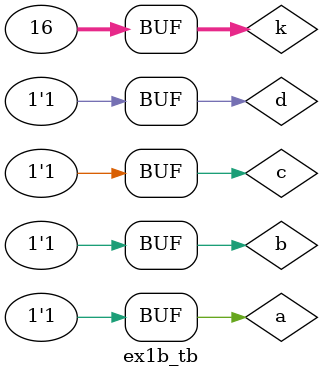
<source format=v>
module ex1b (
	input a, b, c, d,
	output f2
);
	assign f2 = (~c & d) | (a & ~b) | (b & d);
endmodule

module ex1b_tb;
	reg a, b, c, d;
	wire f2;

	ex1b ex1b_i (.a(a), .b(b), .c(c), .d(d), .f2(f2));

	integer k;
	initial begin
		$display("Time\ta\tb\tc\td\tabcd_10\tf2");
		$monitor("%0t\t%b\t%b\t%b\t%b\t%0d\t%b", $time, a, b, c, d, {a,b,c,d}, f2);
		{a, b, c, d} = 0;
		for (k = 1; k < 16; k = k + 1)
			#10 {a, b, c, d} = k;
	end
endmodule
</source>
